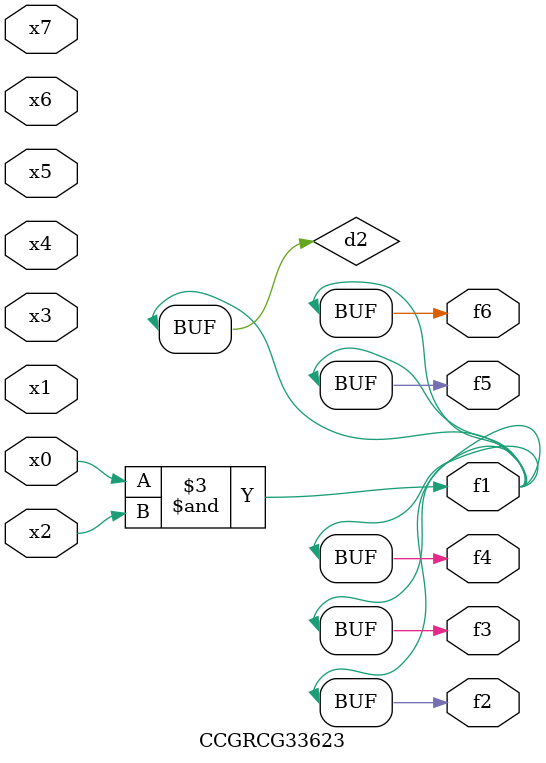
<source format=v>
module CCGRCG33623(
	input x0, x1, x2, x3, x4, x5, x6, x7,
	output f1, f2, f3, f4, f5, f6
);

	wire d1, d2;

	nor (d1, x3, x6);
	and (d2, x0, x2);
	assign f1 = d2;
	assign f2 = d2;
	assign f3 = d2;
	assign f4 = d2;
	assign f5 = d2;
	assign f6 = d2;
endmodule

</source>
